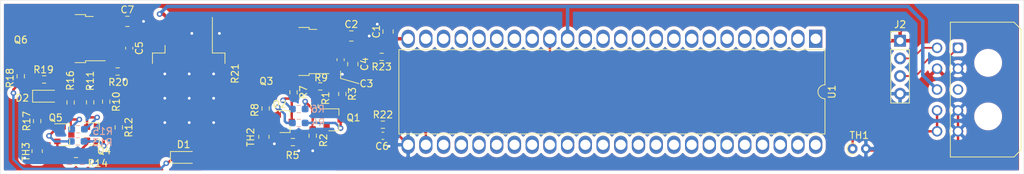
<source format=kicad_pcb>
(kicad_pcb (version 20171130) (host pcbnew "(5.1.9)-1")
  (layers (0 F.Cu signal hide) (31 B.Cu signal hide) (34 B.Paste user hide) (35 F.Paste user) (36 B.SilkS user hide) (37 F.SilkS user) (38 B.Mask user hide) (39 F.Mask user hide) (44 Edge.Cuts user))
  (net 0 "")
  (net 1 0)
  (net 2 /vfpga)
  (net 3 +5V)
  (net 4 "Net-(C3-Pad2)")
  (net 5 "/on When Cold/vg3")
  (net 6 /vheat)
  (net 7 /vcont)
  (net 8 "Net-(D1-Pad1)")
  (net 9 "/on When Cold/vd2")
  (net 10 "Net-(D2-Pad1)")
  (net 11 "/on When Warm/VD1")
  (net 12 "/on When Warm/vs")
  (net 13 "/on When Warm/vg1")
  (net 14 "/on When Warm/vd2")
  (net 15 "/on When Warm/vg2")
  (net 16 "/on When Cold/vd1")
  (net 17 "/on When Cold/vs")
  (net 18 "/on When Cold/vg1")
  (net 19 "/on When Cold/vg2")
  (net 20 "Net-(R22-Pad2)")
  (net 21 "Net-(U1-Pad48)")
  (net 22 "Net-(U1-Pad47)")
  (net 23 "Net-(U1-Pad23)")
  (net 24 "Net-(U1-Pad46)")
  (net 25 "Net-(U1-Pad22)")
  (net 26 "Net-(U1-Pad45)")
  (net 27 "Net-(U1-Pad21)")
  (net 28 "Net-(U1-Pad44)")
  (net 29 "Net-(U1-Pad20)")
  (net 30 "Net-(U1-Pad43)")
  (net 31 "Net-(U1-Pad19)")
  (net 32 "Net-(U1-Pad42)")
  (net 33 "Net-(U1-Pad18)")
  (net 34 "Net-(U1-Pad41)")
  (net 35 "Net-(U1-Pad17)")
  (net 36 "Net-(U1-Pad40)")
  (net 37 "Net-(U1-Pad39)")
  (net 38 "Net-(U1-Pad38)")
  (net 39 "Net-(U1-Pad14)")
  (net 40 "Net-(U1-Pad37)")
  (net 41 "Net-(U1-Pad13)")
  (net 42 "Net-(U1-Pad36)")
  (net 43 "Net-(U1-Pad12)")
  (net 44 "Net-(U1-Pad35)")
  (net 45 "Net-(U1-Pad11)")
  (net 46 "Net-(U1-Pad34)")
  (net 47 "Net-(U1-Pad10)")
  (net 48 "Net-(U1-Pad33)")
  (net 49 "Net-(U1-Pad9)")
  (net 50 "Net-(U1-Pad32)")
  (net 51 "Net-(U1-Pad8)")
  (net 52 "Net-(U1-Pad31)")
  (net 53 "Net-(U1-Pad7)")
  (net 54 "Net-(U1-Pad30)")
  (net 55 "Net-(U1-Pad6)")
  (net 56 "Net-(U1-Pad29)")
  (net 57 "Net-(U1-Pad5)")
  (net 58 "Net-(U1-Pad28)")
  (net 59 "Net-(U1-Pad4)")
  (net 60 "Net-(U1-Pad27)")
  (net 61 "Net-(U1-Pad3)")
  (net 62 "Net-(U1-Pad2)")
  (net 63 "Net-(U1-Pad1)")
  (net 64 "Net-(J1-Pad3)")
  (net 65 /usb_d+)
  (net 66 /usb_d-)
  (net 67 "Net-(C1-Pad1)")
  (net 68 "Net-(J1-Pad10)")
  (module Resistor_THT:R_Axial_DIN0204_L3.6mm_D1.6mm_P1.90mm_Vertical (layer F.Cu) (at 224.7 106.35)
    (fp_text reference TH1 (at 0.95 -1.92) (layer F.SilkS))
    (fp_text value PT100)
    (pad 2 thru_hole oval (at 1.9 0) (size 1.4 1.4) (drill 0.7) (layers *.Cu *.Mask) (net 1 0))
    (pad 1 thru_hole circle (at 0 0) (size 1.4 1.4) (drill 0.7) (layers *.Cu *.Mask) (net 68 "Net-(J1-Pad10)"))
  )
  (module Resistor_SMD:R_0603_1608Metric_Pad0.98x0.95mm_HandSolder (layer F.Cu) (at 157.3625 102.9)
    (fp_text reference R22 (at 0 -1.43) (layer F.SilkS))
    (fp_text value 1k)
    (pad 2 smd roundrect (at 0.9125 0) (size 0.975 0.95) (layers F.Cu F.Paste F.Mask) (net 20 "Net-(R22-Pad2)"))
    (pad 1 smd roundrect (at -0.9125 0) (size 0.975 0.95) (layers F.Cu F.Paste F.Mask) (net 7 /vcont))
  )
  (module Capacitor_SMD:C_0603_1608Metric_Pad1.08x0.95mm_HandSolder (layer F.Cu) (at 157.3575 104.5)
    (fp_text reference C6 (at -0.1075 1.5) (layer F.SilkS))
    (fp_text value 100n)
    (pad 2 smd roundrect (at 0.8625 0) (size 1.075 0.95) (layers F.Cu F.Paste F.Mask) (net 1 0))
    (pad 1 smd roundrect (at -0.8625 0) (size 1.075 0.95) (layers F.Cu F.Paste F.Mask) (net 7 /vcont))
  )
  (module Capacitor_SMD:C_0603_1608Metric_Pad1.08x0.95mm_HandSolder (layer F.Cu) (at 121 91.9 270)
    (fp_text reference C5 (at 0 -1.43 90) (layer F.SilkS))
    (fp_text value 30nF)
    (pad 2 smd roundrect (at 0.8625 0 270) (size 1.075 0.95) (layers F.Cu F.Paste F.Mask) (net 5 "/on When Cold/vg3"))
    (pad 1 smd roundrect (at -0.8625 0 270) (size 1.075 0.95) (layers F.Cu F.Paste F.Mask) (net 6 /vheat))
  )
  (module Capacitor_SMD:C_0603_1608Metric_Pad1.08x0.95mm_HandSolder (layer F.Cu) (at 151.3 93.5575 270)
    (fp_text reference C3 (at 3.4425 -3.7 180) (layer F.SilkS))
    (fp_text value 30nF)
    (pad 2 smd roundrect (at 0.8625 0 270) (size 1.075 0.95) (layers F.Cu F.Paste F.Mask) (net 4 "Net-(C3-Pad2)"))
    (pad 1 smd roundrect (at -0.8625 0 270) (size 1.075 0.95) (layers F.Cu F.Paste F.Mask) (net 2 /vfpga))
  )
  (module Capacitor_SMD:C_0805_2012Metric_Pad1.18x1.45mm_HandSolder (layer F.Cu) (at 120.7375 88.05)
    (fp_text reference C7 (at 0 -1.68) (layer F.SilkS))
    (fp_text value 1uF)
    (pad 2 smd roundrect (at 1.0375 0) (size 1.175 1.45) (layers F.Cu F.Paste F.Mask) (roundrect_rratio 0.2127659574468085) (net 1 0))
    (pad 1 smd roundrect (at -1.0375 0) (size 1.175 1.45) (layers F.Cu F.Paste F.Mask) (roundrect_rratio 0.2127659574468085) (net 3 +5V))
  )
  (module Connector_Molex:Molex_Micro-Fit_3.0_43045-1000_2x05_P3.00mm_Horizontal (layer F.Cu) (at 239.8 91.85 270)
    (fp_text reference J1 (at 6 -10.12 90) (layer F.SilkS))
    (fp_text value Conn_02x05_Top_Bottom)
    (pad 10 thru_hole circle (at 12 3 270) (size 1.5 1.5) (drill 1.02) (layers *.Cu *.Mask) (net 68 "Net-(J1-Pad10)"))
    (pad 9 thru_hole circle (at 9 3 270) (size 1.5 1.5) (drill 1.02) (layers *.Cu *.Mask) (net 68 "Net-(J1-Pad10)"))
    (pad 8 thru_hole circle (at 6 3 270) (size 1.5 1.5) (drill 1.02) (layers *.Cu *.Mask) (net 6 /vheat))
    (pad 7 thru_hole circle (at 3 3 270) (size 1.5 1.5) (drill 1.02) (layers *.Cu *.Mask) (net 3 +5V))
    (pad 6 thru_hole circle (at 0 3 270) (size 1.5 1.5) (drill 1.02) (layers *.Cu *.Mask) (net 65 /usb_d+))
    (pad 5 thru_hole circle (at 12 0 270) (size 1.5 1.5) (drill 1.02) (layers *.Cu *.Mask) (net 1 0))
    (pad 4 thru_hole circle (at 9 0 270) (size 1.5 1.5) (drill 1.02) (layers *.Cu *.Mask) (net 1 0))
    (pad 3 thru_hole circle (at 6 0 270) (size 1.5 1.5) (drill 1.02) (layers *.Cu *.Mask) (net 64 "Net-(J1-Pad3)"))
    (pad 2 thru_hole circle (at 3 0 270) (size 1.5 1.5) (drill 1.02) (layers *.Cu *.Mask) (net 1 0))
    (pad 1 thru_hole roundrect (at 0 0 270) (size 1.5 1.5) (drill 1.02) (layers *.Cu *.Mask) (roundrect_rratio 0.1666666666666667) (net 66 /usb_d-))
    (pad "" np_thru_hole circle (at 9.86 -4.32 270) (size 3 3) (drill 3) (layers *.Cu *.Mask))
    (pad "" np_thru_hole circle (at 2.16 -4.32 270) (size 3 3) (drill 3) (layers *.Cu *.Mask))
  )
  (module Resistor_SMD:R_0603_1608Metric_Pad0.98x0.95mm_HandSolder (layer F.Cu) (at 157.1875 93.15 180)
    (fp_text reference R23 (at 0 -1.43) (layer F.SilkS))
    (fp_text value 0)
    (pad 2 smd roundrect (at 0.9125 0 180) (size 0.975 0.95) (layers F.Cu F.Paste F.Mask) (net 2 /vfpga))
    (pad 1 smd roundrect (at -0.9125 0 180) (size 0.975 0.95) (layers F.Cu F.Paste F.Mask) (net 67 "Net-(C1-Pad1)"))
  )
  (module Package_DIP:DIP-48_W15.24mm_LongPads (layer F.Cu) (at 219.4 90.55 270)
    (fp_text reference U1 (at 7.62 -2.33 90) (layer F.SilkS))
    (fp_text value CMOD-A7)
    (pad 48 thru_hole oval (at 15.24 0 270) (size 2.6 1.9) (drill 1.47) (layers *.Cu *.Mask) (net 21 "Net-(U1-Pad48)"))
    (pad 24 thru_hole oval (at 0 58.42 270) (size 2.6 1.9) (drill 1.47) (layers *.Cu *.Mask) (net 67 "Net-(C1-Pad1)"))
    (pad 47 thru_hole oval (at 15.24 2.54 270) (size 2.6 1.9) (drill 1.47) (layers *.Cu *.Mask) (net 22 "Net-(U1-Pad47)"))
    (pad 23 thru_hole oval (at 0 55.88 270) (size 2.6 1.9) (drill 1.47) (layers *.Cu *.Mask) (net 23 "Net-(U1-Pad23)"))
    (pad 46 thru_hole oval (at 15.24 5.08 270) (size 2.6 1.9) (drill 1.47) (layers *.Cu *.Mask) (net 24 "Net-(U1-Pad46)"))
    (pad 22 thru_hole oval (at 0 53.34 270) (size 2.6 1.9) (drill 1.47) (layers *.Cu *.Mask) (net 25 "Net-(U1-Pad22)"))
    (pad 45 thru_hole oval (at 15.24 7.62 270) (size 2.6 1.9) (drill 1.47) (layers *.Cu *.Mask) (net 26 "Net-(U1-Pad45)"))
    (pad 21 thru_hole oval (at 0 50.8 270) (size 2.6 1.9) (drill 1.47) (layers *.Cu *.Mask) (net 27 "Net-(U1-Pad21)"))
    (pad 44 thru_hole oval (at 15.24 10.16 270) (size 2.6 1.9) (drill 1.47) (layers *.Cu *.Mask) (net 28 "Net-(U1-Pad44)"))
    (pad 20 thru_hole oval (at 0 48.26 270) (size 2.6 1.9) (drill 1.47) (layers *.Cu *.Mask) (net 29 "Net-(U1-Pad20)"))
    (pad 43 thru_hole oval (at 15.24 12.7 270) (size 2.6 1.9) (drill 1.47) (layers *.Cu *.Mask) (net 30 "Net-(U1-Pad43)"))
    (pad 19 thru_hole oval (at 0 45.72 270) (size 2.6 1.9) (drill 1.47) (layers *.Cu *.Mask) (net 31 "Net-(U1-Pad19)"))
    (pad 42 thru_hole oval (at 15.24 15.24 270) (size 2.6 1.9) (drill 1.47) (layers *.Cu *.Mask) (net 32 "Net-(U1-Pad42)"))
    (pad 18 thru_hole oval (at 0 43.18 270) (size 2.6 1.9) (drill 1.47) (layers *.Cu *.Mask) (net 33 "Net-(U1-Pad18)"))
    (pad 41 thru_hole oval (at 15.24 17.78 270) (size 2.6 1.9) (drill 1.47) (layers *.Cu *.Mask) (net 34 "Net-(U1-Pad41)"))
    (pad 17 thru_hole oval (at 0 40.64 270) (size 2.6 1.9) (drill 1.47) (layers *.Cu *.Mask) (net 35 "Net-(U1-Pad17)"))
    (pad 40 thru_hole oval (at 15.24 20.32 270) (size 2.6 1.9) (drill 1.47) (layers *.Cu *.Mask) (net 36 "Net-(U1-Pad40)"))
    (pad 16 thru_hole oval (at 0 38.1 270) (size 2.6 1.9) (drill 1.47) (layers *.Cu *.Mask) (net 7 /vcont))
    (pad 39 thru_hole oval (at 15.24 22.86 270) (size 2.6 1.9) (drill 1.47) (layers *.Cu *.Mask) (net 37 "Net-(U1-Pad39)"))
    (pad 15 thru_hole oval (at 0 35.56 270) (size 2.6 1.9) (drill 1.47) (layers *.Cu *.Mask) (net 6 /vheat))
    (pad 38 thru_hole oval (at 15.24 25.4 270) (size 2.6 1.9) (drill 1.47) (layers *.Cu *.Mask) (net 38 "Net-(U1-Pad38)"))
    (pad 14 thru_hole oval (at 0 33.02 270) (size 2.6 1.9) (drill 1.47) (layers *.Cu *.Mask) (net 39 "Net-(U1-Pad14)"))
    (pad 37 thru_hole oval (at 15.24 27.94 270) (size 2.6 1.9) (drill 1.47) (layers *.Cu *.Mask) (net 40 "Net-(U1-Pad37)"))
    (pad 13 thru_hole oval (at 0 30.48 270) (size 2.6 1.9) (drill 1.47) (layers *.Cu *.Mask) (net 41 "Net-(U1-Pad13)"))
    (pad 36 thru_hole oval (at 15.24 30.48 270) (size 2.6 1.9) (drill 1.47) (layers *.Cu *.Mask) (net 42 "Net-(U1-Pad36)"))
    (pad 12 thru_hole oval (at 0 27.94 270) (size 2.6 1.9) (drill 1.47) (layers *.Cu *.Mask) (net 43 "Net-(U1-Pad12)"))
    (pad 35 thru_hole oval (at 15.24 33.02 270) (size 2.6 1.9) (drill 1.47) (layers *.Cu *.Mask) (net 44 "Net-(U1-Pad35)"))
    (pad 11 thru_hole oval (at 0 25.4 270) (size 2.6 1.9) (drill 1.47) (layers *.Cu *.Mask) (net 45 "Net-(U1-Pad11)"))
    (pad 34 thru_hole oval (at 15.24 35.56 270) (size 2.6 1.9) (drill 1.47) (layers *.Cu *.Mask) (net 46 "Net-(U1-Pad34)"))
    (pad 10 thru_hole oval (at 0 22.86 270) (size 2.6 1.9) (drill 1.47) (layers *.Cu *.Mask) (net 47 "Net-(U1-Pad10)"))
    (pad 33 thru_hole oval (at 15.24 38.1 270) (size 2.6 1.9) (drill 1.47) (layers *.Cu *.Mask) (net 48 "Net-(U1-Pad33)"))
    (pad 9 thru_hole oval (at 0 20.32 270) (size 2.6 1.9) (drill 1.47) (layers *.Cu *.Mask) (net 49 "Net-(U1-Pad9)"))
    (pad 32 thru_hole oval (at 15.24 40.64 270) (size 2.6 1.9) (drill 1.47) (layers *.Cu *.Mask) (net 50 "Net-(U1-Pad32)"))
    (pad 8 thru_hole oval (at 0 17.78 270) (size 2.6 1.9) (drill 1.47) (layers *.Cu *.Mask) (net 51 "Net-(U1-Pad8)"))
    (pad 31 thru_hole oval (at 15.24 43.18 270) (size 2.6 1.9) (drill 1.47) (layers *.Cu *.Mask) (net 52 "Net-(U1-Pad31)"))
    (pad 7 thru_hole oval (at 0 15.24 270) (size 2.6 1.9) (drill 1.47) (layers *.Cu *.Mask) (net 53 "Net-(U1-Pad7)"))
    (pad 30 thru_hole oval (at 15.24 45.72 270) (size 2.6 1.9) (drill 1.47) (layers *.Cu *.Mask) (net 54 "Net-(U1-Pad30)"))
    (pad 6 thru_hole oval (at 0 12.7 270) (size 2.6 1.9) (drill 1.47) (layers *.Cu *.Mask) (net 55 "Net-(U1-Pad6)"))
    (pad 29 thru_hole oval (at 15.24 48.26 270) (size 2.6 1.9) (drill 1.47) (layers *.Cu *.Mask) (net 56 "Net-(U1-Pad29)"))
    (pad 5 thru_hole oval (at 0 10.16 270) (size 2.6 1.9) (drill 1.47) (layers *.Cu *.Mask) (net 57 "Net-(U1-Pad5)"))
    (pad 28 thru_hole oval (at 15.24 50.8 270) (size 2.6 1.9) (drill 1.47) (layers *.Cu *.Mask) (net 58 "Net-(U1-Pad28)"))
    (pad 4 thru_hole oval (at 0 7.62 270) (size 2.6 1.9) (drill 1.47) (layers *.Cu *.Mask) (net 59 "Net-(U1-Pad4)"))
    (pad 27 thru_hole oval (at 15.24 53.34 270) (size 2.6 1.9) (drill 1.47) (layers *.Cu *.Mask) (net 60 "Net-(U1-Pad27)"))
    (pad 3 thru_hole oval (at 0 5.08 270) (size 2.6 1.9) (drill 1.47) (layers *.Cu *.Mask) (net 61 "Net-(U1-Pad3)"))
    (pad 26 thru_hole oval (at 15.24 55.88 270) (size 2.6 1.9) (drill 1.47) (layers *.Cu *.Mask) (net 20 "Net-(R22-Pad2)"))
    (pad 2 thru_hole oval (at 0 2.54 270) (size 2.6 1.9) (drill 1.47) (layers *.Cu *.Mask) (net 62 "Net-(U1-Pad2)"))
    (pad 25 thru_hole oval (at 15.24 58.42 270) (size 2.6 1.9) (drill 1.47) (layers *.Cu *.Mask) (net 1 0))
    (pad 1 thru_hole rect (at 0 0 270) (size 2.6 1.9) (drill 1.47) (layers *.Cu *.Mask) (net 63 "Net-(U1-Pad1)"))
  )
  (module Resistor_SMD:R_0805_2012Metric_Pad1.20x1.40mm_HandSolder (layer F.Cu) (at 107.8 106.7 270)
    (fp_text reference TH3 (at 0.1 1.6 90) (layer F.SilkS))
    (fp_text value "10k Thermistor_NTC")
    (pad 2 smd roundrect (at 1 0 270) (size 1.2 1.4) (layers F.Cu F.Paste F.Mask) (roundrect_rratio 0.2083325) (net 1 0))
    (pad 1 smd roundrect (at -1 0 270) (size 1.2 1.4) (layers F.Cu F.Paste F.Mask) (roundrect_rratio 0.2083325) (net 19 "/on When Cold/vg2"))
  )
  (module Resistor_SMD:R_0805_2012Metric_Pad1.20x1.40mm_HandSolder (layer F.Cu) (at 140.3 104.65 270)
    (fp_text reference TH2 (at 0.05 1.9 90) (layer F.SilkS))
    (fp_text value "10k Thermistor_NTC")
    (pad 2 smd roundrect (at 1 0 270) (size 1.2 1.4) (layers F.Cu F.Paste F.Mask) (roundrect_rratio 0.2083325) (net 1 0))
    (pad 1 smd roundrect (at -1 0 270) (size 1.2 1.4) (layers F.Cu F.Paste F.Mask) (roundrect_rratio 0.2083325) (net 15 "/on When Warm/vg2"))
  )
  (module Package_TO_SOT_SMD:TO-263-2_TabPin1 (layer F.Cu) (at 129.525 95.55 270)
    (fp_text reference R21 (at 0 -6.65 90) (layer F.SilkS))
    (fp_text value 5)
    (pad 1 smd rect (at 3.375 0 270) (size 9.4 10.8) (layers F.Cu F.Mask) (net 1 0))
    (pad 2 smd rect (at -5.775 2.54 270) (size 4.6 1.1) (layers F.Cu F.Paste F.Mask) (net 6 /vheat))
    (pad 1 smd rect (at -5.775 -2.54 270) (size 4.6 1.1) (layers F.Cu F.Paste F.Mask) (net 1 0))
  )
  (module Resistor_SMD:R_0603_1608Metric_Pad0.98x0.95mm_HandSolder (layer F.Cu) (at 119.3375 95.25)
    (fp_text reference R20 (at 0.1125 1.55) (layer F.SilkS))
    (fp_text value 100k)
    (pad 2 smd roundrect (at 0.9125 0) (size 0.975 0.95) (layers F.Cu F.Paste F.Mask) (net 1 0))
    (pad 1 smd roundrect (at -0.9125 0) (size 0.975 0.95) (layers F.Cu F.Paste F.Mask) (net 5 "/on When Cold/vg3"))
  )
  (module Resistor_SMD:R_0603_1608Metric_Pad0.98x0.95mm_HandSolder (layer F.Cu) (at 108.8 96.4 180)
    (fp_text reference R19 (at 0.088 1.404) (layer F.SilkS))
    (fp_text value 1k)
    (pad 2 smd roundrect (at 0.9125 0 180) (size 0.975 0.95) (layers F.Cu F.Paste F.Mask) (net 10 "Net-(D2-Pad1)"))
    (pad 1 smd roundrect (at -0.9125 0 180) (size 0.975 0.95) (layers F.Cu F.Paste F.Mask) (net 5 "/on When Cold/vg3"))
  )
  (module Resistor_SMD:R_0603_1608Metric_Pad0.98x0.95mm_HandSolder (layer F.Cu) (at 105.45 95.9375 270)
    (fp_text reference R18 (at 0.2625 1.55 90) (layer F.SilkS))
    (fp_text value 1k)
    (pad 2 smd roundrect (at 0.9125 0 270) (size 0.975 0.95) (layers F.Cu F.Paste F.Mask) (net 8 "Net-(D1-Pad1)"))
    (pad 1 smd roundrect (at -0.9125 0 270) (size 0.975 0.95) (layers F.Cu F.Paste F.Mask) (net 5 "/on When Cold/vg3"))
  )
  (module Resistor_SMD:R_0603_1608Metric_Pad0.98x0.95mm_HandSolder (layer F.Cu) (at 107.8 102.3875 270)
    (fp_text reference R17 (at 0 1.5 90) (layer F.SilkS))
    (fp_text value 6.6k)
    (pad 2 smd roundrect (at 0.9125 0 270) (size 0.975 0.95) (layers F.Cu F.Paste F.Mask) (net 19 "/on When Cold/vg2"))
    (pad 1 smd roundrect (at -0.9125 0 270) (size 0.975 0.95) (layers F.Cu F.Paste F.Mask) (net 3 +5V))
  )
  (module Resistor_SMD:R_0603_1608Metric_Pad0.98x0.95mm_HandSolder (layer F.Cu) (at 112.6 99.7125 270)
    (fp_text reference R16 (at -3.1625 0.05 90) (layer F.SilkS))
    (fp_text value 4.7k)
    (pad 2 smd roundrect (at 0.9125 0 270) (size 0.975 0.95) (layers F.Cu F.Paste F.Mask) (net 9 "/on When Cold/vd2"))
    (pad 1 smd roundrect (at -0.9125 0 270) (size 0.975 0.95) (layers F.Cu F.Paste F.Mask) (net 3 +5V))
  )
  (module Resistor_SMD:R_0603_1608Metric_Pad0.98x0.95mm_HandSolder (layer B.Cu) (at 113.6625 103.55 180)
    (fp_text reference R15 (at -3.5375 -0.3 180) (layer B.SilkS) (effects (justify mirror)))
    (fp_text value 20k)
    (pad 2 smd roundrect (at 0.9125 0 180) (size 0.975 0.95) (layers B.Cu B.Paste B.Mask) (net 9 "/on When Cold/vd2"))
    (pad 1 smd roundrect (at -0.9125 0 180) (size 0.975 0.95) (layers B.Cu B.Paste B.Mask) (net 18 "/on When Cold/vg1"))
  )
  (module Resistor_SMD:R_0603_1608Metric_Pad0.98x0.95mm_HandSolder (layer F.Cu) (at 113.3625 108.15)
    (fp_text reference R14 (at 3.1375 0.3) (layer F.SilkS))
    (fp_text value 1K)
    (pad 2 smd roundrect (at 0.9125 0) (size 0.975 0.95) (layers F.Cu F.Paste F.Mask) (net 1 0))
    (pad 1 smd roundrect (at -0.9125 0) (size 0.975 0.95) (layers F.Cu F.Paste F.Mask) (net 17 "/on When Cold/vs"))
  )
  (module Resistor_SMD:R_0603_1608Metric_Pad0.98x0.95mm_HandSolder (layer B.Cu) (at 113.6125 105.3 180)
    (fp_text reference R13 (at -3.5375 -0.15) (layer B.SilkS) (effects (justify mirror)))
    (fp_text value 20k)
    (pad 2 smd roundrect (at 0.9125 0 180) (size 0.975 0.95) (layers B.Cu B.Paste B.Mask) (net 19 "/on When Cold/vg2"))
    (pad 1 smd roundrect (at -0.9125 0 180) (size 0.975 0.95) (layers B.Cu B.Paste B.Mask) (net 16 "/on When Cold/vd1"))
  )
  (module Resistor_SMD:R_0603_1608Metric_Pad0.98x0.95mm_HandSolder (layer F.Cu) (at 119.5 103.2875 270)
    (fp_text reference R12 (at 0 -1.43 90) (layer F.SilkS))
    (fp_text value 4.7k)
    (pad 2 smd roundrect (at 0.9125 0 270) (size 0.975 0.95) (layers F.Cu F.Paste F.Mask) (net 16 "/on When Cold/vd1"))
    (pad 1 smd roundrect (at -0.9125 0 270) (size 0.975 0.95) (layers F.Cu F.Paste F.Mask) (net 3 +5V))
  )
  (module Resistor_SMD:R_0603_1608Metric_Pad0.98x0.95mm_HandSolder (layer F.Cu) (at 115.4 99.6875 90)
    (fp_text reference R11 (at 3.0875 0 90) (layer F.SilkS))
    (fp_text value 10k)
    (pad 2 smd roundrect (at 0.9125 0 90) (size 0.975 0.95) (layers F.Cu F.Paste F.Mask) (net 1 0))
    (pad 1 smd roundrect (at -0.9125 0 90) (size 0.975 0.95) (layers F.Cu F.Paste F.Mask) (net 18 "/on When Cold/vg1"))
  )
  (module Resistor_SMD:R_0603_1608Metric_Pad0.98x0.95mm_HandSolder (layer F.Cu) (at 117.7 99.5875 270)
    (fp_text reference R10 (at 0 -1.43 90) (layer F.SilkS))
    (fp_text value 6.6k)
    (pad 2 smd roundrect (at 0.9125 0 270) (size 0.975 0.95) (layers F.Cu F.Paste F.Mask) (net 18 "/on When Cold/vg1"))
    (pad 1 smd roundrect (at -0.9125 0 270) (size 0.975 0.95) (layers F.Cu F.Paste F.Mask) (net 3 +5V))
  )
  (module Resistor_SMD:R_0603_1608Metric_Pad0.98x0.95mm_HandSolder (layer F.Cu) (at 148.3875 97.4)
    (fp_text reference R9 (at 0.1125 -1.25) (layer F.SilkS))
    (fp_text value 1k)
    (pad 2 smd roundrect (at 0.9125 0) (size 0.975 0.95) (layers F.Cu F.Paste F.Mask) (net 11 "/on When Warm/VD1"))
    (pad 1 smd roundrect (at -0.9125 0) (size 0.975 0.95) (layers F.Cu F.Paste F.Mask) (net 4 "Net-(C3-Pad2)"))
  )
  (module Resistor_SMD:R_0603_1608Metric_Pad0.98x0.95mm_HandSolder (layer F.Cu) (at 140.55 100.5625 270)
    (fp_text reference R8 (at 0.2375 1.55 90) (layer F.SilkS))
    (fp_text value 6.6k)
    (pad 2 smd roundrect (at 0.9125 0 270) (size 0.975 0.95) (layers F.Cu F.Paste F.Mask) (net 15 "/on When Warm/vg2"))
    (pad 1 smd roundrect (at -0.9125 0 270) (size 0.975 0.95) (layers F.Cu F.Paste F.Mask) (net 3 +5V))
  )
  (module Resistor_SMD:R_0603_1608Metric_Pad0.98x0.95mm_HandSolder (layer F.Cu) (at 144.55 98.2375 270)
    (fp_text reference R7 (at 0 -1.43 90) (layer F.SilkS))
    (fp_text value 4.7k)
    (pad 2 smd roundrect (at 0.9125 0 270) (size 0.975 0.95) (layers F.Cu F.Paste F.Mask) (net 14 "/on When Warm/vd2"))
    (pad 1 smd roundrect (at -0.9125 0 270) (size 0.975 0.95) (layers F.Cu F.Paste F.Mask) (net 3 +5V))
  )
  (module Resistor_SMD:R_0603_1608Metric_Pad0.98x0.95mm_HandSolder (layer B.Cu) (at 145.3 100.65 180)
    (fp_text reference R6 (at -2.75 0) (layer B.SilkS) (effects (justify mirror)))
    (fp_text value 10k)
    (pad 2 smd roundrect (at 0.9125 0 180) (size 0.975 0.95) (layers B.Cu B.Paste B.Mask) (net 14 "/on When Warm/vd2"))
    (pad 1 smd roundrect (at -0.9125 0 180) (size 0.975 0.95) (layers B.Cu B.Paste B.Mask) (net 13 "/on When Warm/vg1"))
  )
  (module Resistor_SMD:R_0603_1608Metric_Pad0.98x0.95mm_HandSolder (layer F.Cu) (at 144.4625 105.4)
    (fp_text reference R5 (at -0.0625 1.9) (layer F.SilkS))
    (fp_text value 1K)
    (pad 2 smd roundrect (at 0.9125 0) (size 0.975 0.95) (layers F.Cu F.Paste F.Mask) (net 1 0))
    (pad 1 smd roundrect (at -0.9125 0) (size 0.975 0.95) (layers F.Cu F.Paste F.Mask) (net 12 "/on When Warm/vs"))
  )
  (module Resistor_SMD:R_0603_1608Metric_Pad0.98x0.95mm_HandSolder (layer B.Cu) (at 145.3 102.65 180)
    (fp_text reference R4 (at -2.8 0.05) (layer B.SilkS) (effects (justify mirror)))
    (fp_text value 10k)
    (pad 2 smd roundrect (at 0.9125 0 180) (size 0.975 0.95) (layers B.Cu B.Paste B.Mask) (net 15 "/on When Warm/vg2"))
    (pad 1 smd roundrect (at -0.9125 0 180) (size 0.975 0.95) (layers B.Cu B.Paste B.Mask) (net 11 "/on When Warm/VD1"))
  )
  (module Resistor_SMD:R_0603_1608Metric_Pad0.98x0.95mm_HandSolder (layer F.Cu) (at 151.55 98.4875 270)
    (fp_text reference R3 (at 0 -1.43 90) (layer F.SilkS))
    (fp_text value 4.7k)
    (pad 2 smd roundrect (at 0.9125 0 270) (size 0.975 0.95) (layers F.Cu F.Paste F.Mask) (net 11 "/on When Warm/VD1"))
    (pad 1 smd roundrect (at -0.9125 0 270) (size 0.975 0.95) (layers F.Cu F.Paste F.Mask) (net 3 +5V))
  )
  (module Resistor_SMD:R_0603_1608Metric_Pad0.98x0.95mm_HandSolder (layer F.Cu) (at 147.3 104.4875 270)
    (fp_text reference R2 (at 0.6625 -1.55 90) (layer F.SilkS))
    (fp_text value 10k)
    (pad 2 smd roundrect (at 0.9125 0 270) (size 0.975 0.95) (layers F.Cu F.Paste F.Mask) (net 1 0))
    (pad 1 smd roundrect (at -0.9125 0 270) (size 0.975 0.95) (layers F.Cu F.Paste F.Mask) (net 13 "/on When Warm/vg1"))
  )
  (module Resistor_SMD:R_0603_1608Metric_Pad0.98x0.95mm_HandSolder (layer F.Cu) (at 147.55 100.2375 270)
    (fp_text reference R1 (at -1.1375 -1.6 90) (layer F.SilkS))
    (fp_text value 6.6k)
    (pad 2 smd roundrect (at 0.9125 0 270) (size 0.975 0.95) (layers F.Cu F.Paste F.Mask) (net 13 "/on When Warm/vg1"))
    (pad 1 smd roundrect (at -0.9125 0 270) (size 0.975 0.95) (layers F.Cu F.Paste F.Mask) (net 3 +5V))
  )
  (module Package_TO_SOT_SMD:TO-252-3_TabPin2 (layer F.Cu) (at 112.275 90.525 180)
    (fp_text reference Q6 (at 6.825 -0.175) (layer F.SilkS))
    (fp_text value FDD306P)
    (pad 2 smd rect (at 2.1 0 180) (size 6.4 5.8) (layers F.Cu F.Mask) (net 6 /vheat))
    (pad 3 smd rect (at -4.2 2.28 180) (size 2.2 1.2) (layers F.Cu F.Paste F.Mask) (net 3 +5V))
    (pad 2 smd rect (at -4.2 0 180) (size 2.2 1.2) (layers F.Cu F.Paste F.Mask) (net 6 /vheat))
    (pad 1 smd rect (at -4.2 -2.28 180) (size 2.2 1.2) (layers F.Cu F.Paste F.Mask) (net 5 "/on When Cold/vg3"))
  )
  (module Package_TO_SOT_SMD:SOT-23 (layer F.Cu) (at 111.7 104.35)
    (fp_text reference Q5 (at -1.25 -2.45) (layer F.SilkS))
    (fp_text value BSS127S)
    (pad 3 smd rect (at 1 0) (size 0.9 0.8) (layers F.Cu F.Paste F.Mask) (net 9 "/on When Cold/vd2"))
    (pad 2 smd rect (at -1 0.95) (size 0.9 0.8) (layers F.Cu F.Paste F.Mask) (net 17 "/on When Cold/vs"))
    (pad 1 smd rect (at -1 -0.95) (size 0.9 0.8) (layers F.Cu F.Paste F.Mask) (net 19 "/on When Cold/vg2"))
  )
  (module Package_TO_SOT_SMD:SOT-23 (layer F.Cu) (at 115.95 104.2)
    (fp_text reference Q4 (at 1.45 2.45) (layer F.SilkS))
    (fp_text value BSS127S)
    (pad 3 smd rect (at 1 0) (size 0.9 0.8) (layers F.Cu F.Paste F.Mask) (net 16 "/on When Cold/vd1"))
    (pad 2 smd rect (at -1 0.95) (size 0.9 0.8) (layers F.Cu F.Paste F.Mask) (net 17 "/on When Cold/vs"))
    (pad 1 smd rect (at -1 -0.95) (size 0.9 0.8) (layers F.Cu F.Paste F.Mask) (net 18 "/on When Cold/vg1"))
  )
  (module Package_TO_SOT_SMD:TO-252-3_TabPin2 (layer F.Cu) (at 144.325 92.375 180)
    (fp_text reference Q3 (at 3.675 -4.275) (layer F.SilkS))
    (fp_text value FDD306P)
    (pad 2 smd rect (at 2.1 0 180) (size 6.4 5.8) (layers F.Cu F.Mask) (net 2 /vfpga))
    (pad 3 smd rect (at -4.2 2.28 180) (size 2.2 1.2) (layers F.Cu F.Paste F.Mask) (net 3 +5V))
    (pad 2 smd rect (at -4.2 0 180) (size 2.2 1.2) (layers F.Cu F.Paste F.Mask) (net 2 /vfpga))
    (pad 1 smd rect (at -4.2 -2.28 180) (size 2.2 1.2) (layers F.Cu F.Paste F.Mask) (net 4 "Net-(C3-Pad2)"))
  )
  (module Package_TO_SOT_SMD:SOT-23 (layer F.Cu) (at 143.3 102.45)
    (fp_text reference Q2 (at -0.75 -2.5) (layer F.SilkS))
    (fp_text value BSS127S)
    (pad 3 smd rect (at 1 0) (size 0.9 0.8) (layers F.Cu F.Paste F.Mask) (net 14 "/on When Warm/vd2"))
    (pad 2 smd rect (at -1 0.95) (size 0.9 0.8) (layers F.Cu F.Paste F.Mask) (net 12 "/on When Warm/vs"))
    (pad 1 smd rect (at -1 -0.95) (size 0.9 0.8) (layers F.Cu F.Paste F.Mask) (net 15 "/on When Warm/vg2"))
  )
  (module Package_TO_SOT_SMD:SOT-23 (layer F.Cu) (at 150.3 102.2)
    (fp_text reference Q1 (at 2.85 -0.3) (layer F.SilkS))
    (fp_text value BSS127S)
    (pad 3 smd rect (at 1 0) (size 0.9 0.8) (layers F.Cu F.Paste F.Mask) (net 11 "/on When Warm/VD1"))
    (pad 2 smd rect (at -1 0.95) (size 0.9 0.8) (layers F.Cu F.Paste F.Mask) (net 12 "/on When Warm/vs"))
    (pad 1 smd rect (at -1 -0.95) (size 0.9 0.8) (layers F.Cu F.Paste F.Mask) (net 13 "/on When Warm/vg1"))
  )
  (module Connector_PinHeader_2.54mm:PinHeader_1x04_P2.54mm_Vertical (layer F.Cu) (at 231.5 90.83)
    (fp_text reference J2 (at 0 -2.33) (layer F.SilkS))
    (fp_text value Conn_01x04_Male)
    (pad 4 thru_hole oval (at 0 7.62) (size 1.7 1.7) (drill 1) (layers *.Cu *.Mask) (net 1 0))
    (pad 3 thru_hole oval (at 0 5.08) (size 1.7 1.7) (drill 1) (layers *.Cu *.Mask) (net 66 /usb_d-))
    (pad 2 thru_hole oval (at 0 2.54) (size 1.7 1.7) (drill 1) (layers *.Cu *.Mask) (net 65 /usb_d+))
    (pad 1 thru_hole rect (at 0 0) (size 1.7 1.7) (drill 1) (layers *.Cu *.Mask) (net 3 +5V))
  )
  (module Diode_SMD:D_SOD-323_HandSoldering (layer F.Cu) (at 109.05 98.8)
    (fp_text reference D2 (at -3.386 0.26) (layer F.SilkS))
    (fp_text value RB751V40T1G)
    (pad 2 smd rect (at 1.25 0) (size 1 1) (layers F.Cu F.Paste F.Mask) (net 9 "/on When Cold/vd2"))
    (pad 1 smd rect (at -1.25 0) (size 1 1) (layers F.Cu F.Paste F.Mask) (net 10 "Net-(D2-Pad1)"))
  )
  (module Diode_SMD:D_SOD-323_HandSoldering (layer F.Cu) (at 128.8 107.6)
    (fp_text reference D1 (at 0 -1.85) (layer F.SilkS))
    (fp_text value RB751V40T1G)
    (pad 2 smd rect (at 1.25 0) (size 1 1) (layers F.Cu F.Paste F.Mask) (net 7 /vcont))
    (pad 1 smd rect (at -1.25 0) (size 1 1) (layers F.Cu F.Paste F.Mask) (net 8 "Net-(D1-Pad1)"))
  )
  (module Capacitor_SMD:C_0805_2012Metric_Pad1.18x1.45mm_HandSolder (layer F.Cu) (at 153.05 94.1875 270)
    (fp_text reference C4 (at 0 -1.68 90) (layer F.SilkS))
    (fp_text value 1uF)
    (pad 2 smd roundrect (at 1.0375 0 270) (size 1.175 1.45) (layers F.Cu F.Paste F.Mask) (roundrect_rratio 0.2127659574468085) (net 1 0))
    (pad 1 smd roundrect (at -1.0375 0 270) (size 1.175 1.45) (layers F.Cu F.Paste F.Mask) (roundrect_rratio 0.2127659574468085) (net 2 /vfpga))
  )
  (module Capacitor_SMD:C_0805_2012Metric_Pad1.18x1.45mm_HandSolder (layer F.Cu) (at 152.8375 90.15)
    (fp_text reference C2 (at 0 -1.68) (layer F.SilkS))
    (fp_text value 1uF)
    (pad 2 smd roundrect (at 1.0375 0) (size 1.175 1.45) (layers F.Cu F.Paste F.Mask) (roundrect_rratio 0.2127659574468085) (net 1 0))
    (pad 1 smd roundrect (at -1.0375 0) (size 1.175 1.45) (layers F.Cu F.Paste F.Mask) (roundrect_rratio 0.2127659574468085) (net 3 +5V))
  )
  (module Capacitor_SMD:C_0805_2012Metric_Pad1.18x1.45mm_HandSolder (layer F.Cu) (at 158.1 89.5125 90)
    (fp_text reference C1 (at 0 -1.68 90) (layer F.SilkS))
    (fp_text value 1uF)
    (pad 2 smd roundrect (at 1.0375 0 90) (size 1.175 1.45) (layers F.Cu F.Paste F.Mask) (roundrect_rratio 0.2127659574468085) (net 1 0))
    (pad 1 smd roundrect (at -1.0375 0 90) (size 1.175 1.45) (layers F.Cu F.Paste F.Mask) (roundrect_rratio 0.2127659574468085) (net 67 "Net-(C1-Pad1)"))
  )
  (gr_line (start 151.3 96.25) (end 151.3 95.2) (layer F.SilkS) (width 0.12))
  (gr_line (start 153.95 97) (end 151.3 96.25) (layer F.SilkS) (width 0.12))
  (gr_line (start 249.25 110) (end 249.25 85) (layer Edge.Cuts) (width 0.05))
  (gr_line (start 102.5 110) (end 249.25 110) (layer Edge.Cuts) (width 0.05))
  (gr_line (start 102.5 85) (end 102.5 110) (layer Edge.Cuts) (width 0.05))
  (gr_line (start 249.25 85) (end 102.5 85) (layer Edge.Cuts) (width 0.05))
  (segment (start 145.375 105.4) (end 147.3 105.4) (width 0.35) (layer F.Cu) (net 1))
  (via (at 145.3 106.65) (size 0.8) (drill 0.4) (layers F.Cu B.Cu) (net 1))
  (segment (start 145.375 106.575) (end 145.3 106.65) (width 0.25) (layer F.Cu) (net 1))
  (segment (start 145.375 105.4) (end 145.375 106.575) (width 0.25) (layer F.Cu) (net 1))
  (via (at 147.3 106.65) (size 0.8) (drill 0.4) (layers F.Cu B.Cu) (net 1))
  (segment (start 147.3 105.4) (end 147.3 106.65) (width 0.25) (layer F.Cu) (net 1))
  (via (at 141.8 105.65) (size 0.8) (drill 0.4) (layers F.Cu B.Cu) (net 1))
  (segment (start 140.3 105.65) (end 141.8 105.65) (width 0.25) (layer F.Cu) (net 1))
  (via (at 151.55 95.65) (size 0.8) (drill 0.4) (layers F.Cu B.Cu) (net 1))
  (segment (start 151.975 95.225) (end 151.55 95.65) (width 0.25) (layer F.Cu) (net 1))
  (segment (start 153.05 95.225) (end 151.975 95.225) (width 0.25) (layer F.Cu) (net 1))
  (segment (start 153.875 90.15) (end 155.3 90.15) (width 0.5) (layer F.Cu) (net 1))
  (via (at 126.1 95.6) (size 0.8) (drill 0.4) (layers F.Cu B.Cu) (net 1))
  (segment (start 128.375 102.775) (end 125.5 99.9) (width 0.35) (layer F.Cu) (net 1))
  (segment (start 129.025 102.775) (end 128.375 102.775) (width 0.35) (layer F.Cu) (net 1))
  (segment (start 129.325 102.775) (end 129.025 102.775) (width 0.35) (layer F.Cu) (net 1))
  (segment (start 129.525 102.775) (end 129.025 102.775) (width 0.35) (layer F.Cu) (net 1))
  (segment (start 129.575 102.775) (end 129.025 102.775) (width 0.35) (layer F.Cu) (net 1))
  (segment (start 129.625 102.775) (end 129.025 102.775) (width 0.35) (layer F.Cu) (net 1))
  (via (at 129.6 95.6) (size 0.8) (drill 0.4) (layers F.Cu B.Cu) (net 1))
  (via (at 133.1 95.6) (size 0.8) (drill 0.4) (layers F.Cu B.Cu) (net 1))
  (via (at 126.1 99.1) (size 0.8) (drill 0.4) (layers F.Cu B.Cu) (net 1))
  (via (at 129.6 99.1) (size 0.8) (drill 0.4) (layers F.Cu B.Cu) (net 1))
  (via (at 133.1 99.1) (size 0.8) (drill 0.4) (layers F.Cu B.Cu) (net 1))
  (via (at 126.1 102.6) (size 0.8) (drill 0.4) (layers F.Cu B.Cu) (net 1))
  (via (at 129.6 102.6) (size 0.8) (drill 0.4) (layers F.Cu B.Cu) (net 1))
  (via (at 133.1 102.6) (size 0.8) (drill 0.4) (layers F.Cu B.Cu) (net 1))
  (segment (start 107.8 107.7) (end 106 107.7) (width 0.35) (layer F.Cu) (net 1))
  (via (at 106 107.7) (size 0.8) (drill 0.4) (layers F.Cu B.Cu) (net 1))
  (via (at 115.65 108.2) (size 0.8) (drill 0.4) (layers F.Cu B.Cu) (net 1))
  (segment (start 115.6 108.15) (end 115.65 108.2) (width 0.35) (layer F.Cu) (net 1))
  (segment (start 114.275 108.15) (end 115.6 108.15) (width 0.35) (layer F.Cu) (net 1))
  (segment (start 115.4 98.775) (end 115.4 97.5) (width 0.35) (layer F.Cu) (net 1))
  (via (at 115.4 97.5) (size 0.8) (drill 0.4) (layers F.Cu B.Cu) (net 1))
  (segment (start 120.25 95.25) (end 120.25 96.4) (width 0.35) (layer F.Cu) (net 1))
  (via (at 120.25 96.4) (size 0.8) (drill 0.4) (layers F.Cu B.Cu) (net 1))
  (segment (start 159.69 104.5) (end 160.98 105.79) (width 0.35) (layer F.Cu) (net 1))
  (segment (start 158.22 104.5) (end 159.69 104.5) (width 0.35) (layer F.Cu) (net 1))
  (via (at 158.25 106) (size 0.8) (drill 0.4) (layers F.Cu B.Cu) (net 1))
  (segment (start 158.22 105.97) (end 158.25 106) (width 0.35) (layer F.Cu) (net 1))
  (segment (start 158.22 104.5) (end 158.22 105.97) (width 0.35) (layer F.Cu) (net 1))
  (via (at 155.4 90.15) (size 0.8) (drill 0.4) (layers F.Cu B.Cu) (net 1))
  (segment (start 155.3 90.15) (end 155.4 90.15) (width 0.35) (layer F.Cu) (net 1))
  (via (at 156.55 88.45) (size 0.8) (drill 0.4) (layers F.Cu B.Cu) (net 1))
  (segment (start 156.575 88.475) (end 156.55 88.45) (width 0.35) (layer F.Cu) (net 1))
  (segment (start 158.1 88.475) (end 156.575 88.475) (width 0.35) (layer F.Cu) (net 1))
  (segment (start 239.8 105.25) (end 239.8 103.85) (width 0.35) (layer F.Cu) (net 1))
  (segment (start 238.45 106.6) (end 239.8 105.25) (width 0.35) (layer F.Cu) (net 1))
  (segment (start 239.8 103.85) (end 239.8 100.85) (width 0.35) (layer F.Cu) (net 1))
  (segment (start 132.065 89.775) (end 133.925 89.775) (width 0.5) (layer F.Cu) (net 1))
  (via (at 133.925 89.775) (size 0.8) (drill 0.4) (layers F.Cu B.Cu) (net 1))
  (segment (start 132.065 89.775) (end 129.975 89.775) (width 0.5) (layer F.Cu) (net 1))
  (via (at 129.975 89.775) (size 0.8) (drill 0.4) (layers F.Cu B.Cu) (net 1))
  (segment (start 121.775 88.05) (end 123.05 88.05) (width 0.5) (layer F.Cu) (net 1))
  (via (at 123.05 88.05) (size 0.8) (drill 0.4) (layers F.Cu B.Cu) (net 1))
  (segment (start 232.6 106.6) (end 232.95 106.6) (width 0.35) (layer F.Cu) (net 1))
  (segment (start 232.95 106.6) (end 238.45 106.6) (width 0.35) (layer F.Cu) (net 1))
  (segment (start 226.85 106.6) (end 226.6 106.35) (width 0.35) (layer F.Cu) (net 1))
  (segment (start 232.75 106.6) (end 226.85 106.6) (width 0.35) (layer F.Cu) (net 1))
  (segment (start 232.95 106.6) (end 232.75 106.6) (width 0.25) (layer F.Cu) (net 1))
  (segment (start 232.75 106.6) (end 232.45 106.6) (width 0.25) (layer F.Cu) (net 1))
  (segment (start 150.525 92.375) (end 151.3 93.15) (width 0.5) (layer F.Cu) (net 2))
  (segment (start 148.525 92.375) (end 150.525 92.375) (width 0.5) (layer F.Cu) (net 2))
  (segment (start 151.3 93.15) (end 153.05 93.15) (width 0.5) (layer F.Cu) (net 2))
  (segment (start 148.525 92.375) (end 142.225 92.375) (width 0.5) (layer F.Cu) (net 2))
  (segment (start 156.275 93.15) (end 153.05 93.15) (width 0.5) (layer F.Cu) (net 2))
  (segment (start 140.55 99.65) (end 140.55 99.30001) (width 0.35) (layer F.Cu) (net 3))
  (segment (start 151.745 90.095) (end 151.8 90.15) (width 0.5) (layer F.Cu) (net 3))
  (segment (start 148.525 90.095) (end 151.745 90.095) (width 0.5) (layer F.Cu) (net 3))
  (segment (start 119.505 88.245) (end 119.7 88.05) (width 0.5) (layer F.Cu) (net 3))
  (segment (start 116.475 88.245) (end 119.505 88.245) (width 0.5) (layer F.Cu) (net 3))
  (segment (start 145.625 97.325) (end 144.55 97.325) (width 0.25) (layer F.Cu) (net 3))
  (segment (start 145.85 97.55) (end 145.625 97.325) (width 0.25) (layer F.Cu) (net 3))
  (segment (start 145.85 97.75) (end 145.85 97.55) (width 0.25) (layer F.Cu) (net 3))
  (segment (start 147.425 99.325) (end 145.85 97.75) (width 0.25) (layer F.Cu) (net 3))
  (segment (start 147.55 99.325) (end 147.425 99.325) (width 0.25) (layer F.Cu) (net 3))
  (segment (start 147.475 95.705) (end 148.525 94.655) (width 0.25) (layer F.Cu) (net 4))
  (segment (start 147.475 97.4) (end 147.475 95.705) (width 0.25) (layer F.Cu) (net 4))
  (segment (start 150.61 94.655) (end 151.3 93.965) (width 0.25) (layer F.Cu) (net 4))
  (segment (start 148.525 94.655) (end 150.61 94.655) (width 0.25) (layer F.Cu) (net 4))
  (segment (start 116.475 92.805) (end 116.475 93.3) (width 0.35) (layer F.Cu) (net 5))
  (segment (start 105.45 95.025) (end 109.675 95.025) (width 0.35) (layer F.Cu) (net 5))
  (segment (start 109.7125 95.0625) (end 109.7125 96.4) (width 0.35) (layer F.Cu) (net 5))
  (segment (start 109.675 95.025) (end 109.7125 95.0625) (width 0.35) (layer F.Cu) (net 5))
  (segment (start 121 92.3075) (end 121 92.675) (width 0.35) (layer F.Cu) (net 5))
  (segment (start 120.9575 92.805) (end 121 92.7625) (width 0.35) (layer F.Cu) (net 5))
  (segment (start 118.425 92.925) (end 118.305 92.805) (width 0.35) (layer F.Cu) (net 5))
  (segment (start 118.425 95.25) (end 118.425 92.925) (width 0.35) (layer F.Cu) (net 5))
  (segment (start 118.305 92.805) (end 120.9575 92.805) (width 0.35) (layer F.Cu) (net 5))
  (segment (start 116.475 92.805) (end 118.305 92.805) (width 0.35) (layer F.Cu) (net 5))
  (segment (start 116.475 94.575) (end 116.475 92.805) (width 0.35) (layer F.Cu) (net 5))
  (segment (start 114.65 96.4) (end 116.475 94.575) (width 0.35) (layer F.Cu) (net 5))
  (segment (start 109.7125 96.4) (end 114.65 96.4) (width 0.35) (layer F.Cu) (net 5))
  (segment (start 116.475 90.525) (end 110.175 90.525) (width 0.5) (layer F.Cu) (net 6))
  (segment (start 116.475 90.525) (end 118.425 90.525) (width 0.5) (layer F.Cu) (net 6))
  (segment (start 118.9375 91.0375) (end 121 91.0375) (width 0.5) (layer F.Cu) (net 6))
  (segment (start 118.425 90.525) (end 118.9375 91.0375) (width 0.5) (layer F.Cu) (net 6))
  (segment (start 121 91.0375) (end 123.2125 91.0375) (width 0.5) (layer F.Cu) (net 6))
  (segment (start 124.475 89.775) (end 126.985 89.775) (width 0.5) (layer F.Cu) (net 6))
  (segment (start 123.2125 91.0375) (end 124.475 89.775) (width 0.5) (layer F.Cu) (net 6))
  (segment (start 126.985 89.775) (end 126.985 88.285) (width 0.35) (layer F.Cu) (net 6))
  (via (at 125.35 87) (size 0.8) (drill 0.4) (layers F.Cu B.Cu) (net 6))
  (segment (start 234.75 95.8) (end 236.8 97.85) (width 0.5) (layer B.Cu) (net 6))
  (segment (start 234.75 88) (end 234.75 95.8) (width 0.5) (layer B.Cu) (net 6))
  (segment (start 232.65 85.9) (end 234.75 88) (width 0.5) (layer B.Cu) (net 6))
  (segment (start 125.35 87) (end 126.45 85.9) (width 0.5) (layer B.Cu) (net 6))
  (segment (start 183.84 86.06) (end 184 85.9) (width 0.5) (layer B.Cu) (net 6))
  (segment (start 184 85.9) (end 232.65 85.9) (width 0.5) (layer B.Cu) (net 6))
  (segment (start 183.84 90.55) (end 183.84 86.06) (width 0.5) (layer B.Cu) (net 6))
  (segment (start 126.45 85.9) (end 184 85.9) (width 0.5) (layer B.Cu) (net 6))
  (segment (start 126.985 88.085) (end 125.9 87) (width 0.5) (layer F.Cu) (net 6))
  (segment (start 125.9 87) (end 125.35 87) (width 0.5) (layer F.Cu) (net 6))
  (segment (start 126.985 89.775) (end 126.985 88.085) (width 0.5) (layer F.Cu) (net 6))
  (segment (start 156.495 102.945) (end 156.45 102.9) (width 0.35) (layer F.Cu) (net 7))
  (segment (start 156.495 104.5) (end 156.495 102.945) (width 0.35) (layer F.Cu) (net 7))
  (segment (start 154.35 104.5) (end 156.495 104.5) (width 0.35) (layer F.Cu) (net 7))
  (segment (start 149.65 109.2) (end 154.35 104.5) (width 0.35) (layer F.Cu) (net 7))
  (segment (start 132.45 109.2) (end 149.65 109.2) (width 0.35) (layer F.Cu) (net 7))
  (segment (start 132.05 108.8) (end 132.45 109.2) (width 0.35) (layer F.Cu) (net 7))
  (segment (start 132 108.8) (end 132.05 108.8) (width 0.35) (layer F.Cu) (net 7))
  (segment (start 130.8 107.6) (end 132 108.8) (width 0.35) (layer F.Cu) (net 7))
  (segment (start 130.05 107.6) (end 130.8 107.6) (width 0.35) (layer F.Cu) (net 7))
  (segment (start 181.3 94.1) (end 181.3 90.55) (width 0.35) (layer F.Cu) (net 7))
  (segment (start 177.95 97.45) (end 181.3 94.1) (width 0.35) (layer F.Cu) (net 7))
  (segment (start 159.9 97.45) (end 177.95 97.45) (width 0.35) (layer F.Cu) (net 7))
  (segment (start 156.45 100.9) (end 159.9 97.45) (width 0.35) (layer F.Cu) (net 7))
  (segment (start 156.45 102.9) (end 156.45 100.9) (width 0.35) (layer F.Cu) (net 7))
  (segment (start 105.45 96.85) (end 105.4 96.85) (width 0.35) (layer F.Cu) (net 8))
  (via (at 104.4 98.35) (size 0.8) (drill 0.4) (layers F.Cu B.Cu) (net 8))
  (segment (start 104.4 97.85) (end 104.4 98.35) (width 0.35) (layer F.Cu) (net 8))
  (segment (start 105.4 96.85) (end 104.4 97.85) (width 0.35) (layer F.Cu) (net 8))
  (via (at 126.300002 108.45) (size 0.8) (drill 0.4) (layers F.Cu B.Cu) (net 8))
  (segment (start 127.55 107.6) (end 127.45 107.5) (width 0.35) (layer F.Cu) (net 8))
  (segment (start 126.5 108.45) (end 126.300002 108.45) (width 0.35) (layer F.Cu) (net 8))
  (segment (start 127.45 107.5) (end 126.5 108.45) (width 0.35) (layer F.Cu) (net 8))
  (segment (start 125.500002 109.25) (end 126.300002 108.45) (width 0.35) (layer B.Cu) (net 8))
  (segment (start 105.8 109.25) (end 125.500002 109.25) (width 0.35) (layer B.Cu) (net 8))
  (segment (start 105.525001 108.975001) (end 105.8 109.25) (width 0.35) (layer B.Cu) (net 8))
  (segment (start 105.475001 108.975001) (end 105.525001 108.975001) (width 0.35) (layer B.Cu) (net 8))
  (segment (start 104.4 107.9) (end 105.475001 108.975001) (width 0.35) (layer B.Cu) (net 8))
  (segment (start 104.4 98.35) (end 104.4 107.9) (width 0.35) (layer B.Cu) (net 8))
  (segment (start 112.6 104.25) (end 112.7 104.35) (width 0.35) (layer F.Cu) (net 9))
  (segment (start 112.6 100.625) (end 112.6 104.25) (width 0.35) (layer F.Cu) (net 9))
  (segment (start 110.3 98.8) (end 110.3 99.7) (width 0.35) (layer F.Cu) (net 9))
  (segment (start 111.225 100.625) (end 112.6 100.625) (width 0.35) (layer F.Cu) (net 9))
  (segment (start 110.3 99.7) (end 111.225 100.625) (width 0.35) (layer F.Cu) (net 9))
  (segment (start 112.75 103.55) (end 112.75 103.25) (width 0.35) (layer B.Cu) (net 9))
  (via (at 113.85 102.15) (size 0.8) (drill 0.4) (layers F.Cu B.Cu) (net 9))
  (segment (start 112.75 103.25) (end 113.85 102.15) (width 0.35) (layer B.Cu) (net 9))
  (segment (start 113.85 102.15) (end 112.6 102.15) (width 0.35) (layer F.Cu) (net 9))
  (segment (start 107.8 96.4875) (end 107.8875 96.4) (width 0.35) (layer F.Cu) (net 10))
  (segment (start 107.8 98.8) (end 107.8 96.4875) (width 0.35) (layer F.Cu) (net 10))
  (segment (start 151.3 99.65) (end 151.55 99.4) (width 0.35) (layer F.Cu) (net 11))
  (segment (start 151.3 102.2) (end 151.3 99.65) (width 0.35) (layer F.Cu) (net 11))
  (segment (start 146.2125 102.65) (end 150.55 102.65) (width 0.35) (layer B.Cu) (net 11))
  (via (at 151.3 103.4) (size 0.8) (drill 0.4) (layers F.Cu B.Cu) (net 11))
  (segment (start 150.55 102.65) (end 151.3 103.4) (width 0.35) (layer B.Cu) (net 11))
  (segment (start 151.3 103.4) (end 151.3 102.2) (width 0.35) (layer F.Cu) (net 11))
  (segment (start 149.3 97.4) (end 149.3 98.65) (width 0.35) (layer F.Cu) (net 11))
  (segment (start 150.05 99.4) (end 151.55 99.4) (width 0.35) (layer F.Cu) (net 11))
  (segment (start 149.3 98.65) (end 150.05 99.4) (width 0.35) (layer F.Cu) (net 11))
  (segment (start 142.3 104.15) (end 143.55 105.4) (width 0.35) (layer F.Cu) (net 12))
  (segment (start 142.3 103.4) (end 142.3 104.15) (width 0.35) (layer F.Cu) (net 12))
  (segment (start 143.55 105.4) (end 143.55 106.4) (width 0.25) (layer F.Cu) (net 12))
  (segment (start 144.525001 107.375001) (end 148.574999 107.375001) (width 0.25) (layer F.Cu) (net 12))
  (segment (start 143.55 106.4) (end 144.525001 107.375001) (width 0.25) (layer F.Cu) (net 12))
  (segment (start 149.3 106.65) (end 149.3 103.15) (width 0.25) (layer F.Cu) (net 12))
  (segment (start 148.574999 107.375001) (end 149.3 106.65) (width 0.25) (layer F.Cu) (net 12))
  (segment (start 147.3 101.4) (end 147.55 101.15) (width 0.35) (layer F.Cu) (net 13))
  (segment (start 147.3 103.575) (end 147.3 101.4) (width 0.35) (layer F.Cu) (net 13))
  (segment (start 146.2125 100.65) (end 146.2125 99.5625) (width 0.35) (layer B.Cu) (net 13))
  (via (at 146.2125 99.5625) (size 0.8) (drill 0.4) (layers F.Cu B.Cu) (net 13))
  (segment (start 147.55 100.9) (end 146.2125 99.5625) (width 0.35) (layer F.Cu) (net 13))
  (segment (start 147.55 101.15) (end 147.55 100.9) (width 0.35) (layer F.Cu) (net 13))
  (segment (start 149.2 101.15) (end 149.3 101.25) (width 0.35) (layer F.Cu) (net 13))
  (segment (start 147.55 101.15) (end 149.2 101.15) (width 0.35) (layer F.Cu) (net 13))
  (segment (start 144.3 99.55001) (end 144.55 99.30001) (width 0.35) (layer F.Cu) (net 14))
  (segment (start 144.3 102.45) (end 144.3 99.55001) (width 0.35) (layer F.Cu) (net 14))
  (segment (start 144.3875 100.65) (end 144.3 100.65) (width 0.35) (layer B.Cu) (net 14))
  (via (at 143.05 99.4) (size 0.8) (drill 0.4) (layers F.Cu B.Cu) (net 14))
  (segment (start 144.3 100.65) (end 143.05 99.4) (width 0.35) (layer B.Cu) (net 14))
  (segment (start 143.3 99.15) (end 143.05 99.4) (width 0.35) (layer F.Cu) (net 14))
  (segment (start 144.55 99.15) (end 143.3 99.15) (width 0.35) (layer F.Cu) (net 14))
  (segment (start 140.3 101.725) (end 140.55 101.475) (width 0.35) (layer F.Cu) (net 15))
  (segment (start 140.3 103.65) (end 140.3 101.725) (width 0.35) (layer F.Cu) (net 15))
  (segment (start 142.275 101.475) (end 142.3 101.5) (width 0.35) (layer F.Cu) (net 15))
  (segment (start 140.55 101.475) (end 142.275 101.475) (width 0.35) (layer F.Cu) (net 15))
  (segment (start 144.3875 102.65) (end 143.55 102.65) (width 0.35) (layer B.Cu) (net 15))
  (segment (start 143.55 102.65) (end 143.3 102.4) (width 0.35) (layer B.Cu) (net 15))
  (segment (start 143.3 102.4) (end 143.3 101.4) (width 0.35) (layer B.Cu) (net 15))
  (via (at 142.3 100.4) (size 0.8) (drill 0.4) (layers F.Cu B.Cu) (net 15))
  (segment (start 143.3 101.4) (end 142.3 100.4) (width 0.35) (layer B.Cu) (net 15))
  (segment (start 142.3 100.4) (end 142.3 101.4) (width 0.35) (layer F.Cu) (net 15))
  (segment (start 116.95 104.2) (end 119.5 104.2) (width 0.35) (layer F.Cu) (net 16))
  (segment (start 114.525 105.3) (end 116.7 105.3) (width 0.35) (layer B.Cu) (net 16))
  (via (at 117.35 105.95) (size 0.8) (drill 0.4) (layers F.Cu B.Cu) (net 16))
  (segment (start 116.7 105.3) (end 117.35 105.95) (width 0.35) (layer B.Cu) (net 16))
  (segment (start 117.35 105.95) (end 117.35 104.6) (width 0.35) (layer F.Cu) (net 16))
  (segment (start 117.35 104.6) (end 116.95 104.2) (width 0.35) (layer F.Cu) (net 16))
  (segment (start 110.7 106.4) (end 112.45 108.15) (width 0.35) (layer F.Cu) (net 17))
  (segment (start 110.7 105.3) (end 110.7 106.4) (width 0.35) (layer F.Cu) (net 17))
  (segment (start 114.95 105.65) (end 112.45 108.15) (width 0.35) (layer F.Cu) (net 17))
  (segment (start 114.95 105.15) (end 114.95 105.65) (width 0.35) (layer F.Cu) (net 17))
  (segment (start 117.6 100.6) (end 117.7 100.5) (width 0.35) (layer F.Cu) (net 18))
  (segment (start 115.4 100.6) (end 117.6 100.6) (width 0.35) (layer F.Cu) (net 18))
  (segment (start 114.95 101.05) (end 115.4 100.6) (width 0.35) (layer F.Cu) (net 18))
  (segment (start 114.575 103.55) (end 114.75 103.55) (width 0.35) (layer B.Cu) (net 18))
  (via (at 116.4 101.85) (size 0.8) (drill 0.4) (layers F.Cu B.Cu) (net 18))
  (segment (start 116.4 101.9) (end 116.4 101.85) (width 0.35) (layer B.Cu) (net 18))
  (segment (start 114.75 103.55) (end 116.4 101.9) (width 0.35) (layer B.Cu) (net 18))
  (segment (start 115.05 101.85) (end 114.95 101.95) (width 0.35) (layer F.Cu) (net 18))
  (segment (start 116.4 101.85) (end 115.05 101.85) (width 0.35) (layer F.Cu) (net 18))
  (segment (start 114.95 101.95) (end 114.95 101.05) (width 0.35) (layer F.Cu) (net 18))
  (segment (start 114.95 103.25) (end 114.95 101.95) (width 0.35) (layer F.Cu) (net 18))
  (segment (start 107.8 103.3) (end 107.8 105.7) (width 0.35) (layer F.Cu) (net 19))
  (segment (start 110.6 103.3) (end 110.7 103.4) (width 0.35) (layer F.Cu) (net 19))
  (segment (start 107.8 103.3) (end 110.6 103.3) (width 0.35) (layer F.Cu) (net 19))
  (segment (start 112.7 105.3) (end 110.3 105.3) (width 0.35) (layer B.Cu) (net 19))
  (via (at 109.5 104.5) (size 0.8) (drill 0.4) (layers F.Cu B.Cu) (net 19))
  (segment (start 110.3 105.3) (end 109.5 104.5) (width 0.35) (layer B.Cu) (net 19))
  (segment (start 109.5 104.5) (end 110.6 103.4) (width 0.35) (layer F.Cu) (net 19))
  (segment (start 110.6 103.4) (end 110.95 103.75) (width 0.35) (layer F.Cu) (net 19))
  (segment (start 158.275 102.9) (end 162.35 102.9) (width 0.35) (layer F.Cu) (net 20))
  (segment (start 163.52 104.07) (end 163.52 105.79) (width 0.35) (layer F.Cu) (net 20))
  (segment (start 162.35 102.9) (end 163.52 104.07) (width 0.35) (layer F.Cu) (net 20))
  (segment (start 231.5 93.37) (end 233.28 93.37) (width 0.25) (layer F.Cu) (net 65))
  (segment (start 234.8 91.85) (end 236.8 91.85) (width 0.25) (layer F.Cu) (net 65))
  (segment (start 233.28 93.37) (end 234.8 91.85) (width 0.25) (layer F.Cu) (net 65))
  (segment (start 231.5 95.91) (end 233.74 95.91) (width 0.25) (layer F.Cu) (net 66))
  (segment (start 233.74 95.91) (end 234.8 94.85) (width 0.25) (layer F.Cu) (net 66))
  (segment (start 234.8 94.85) (end 234.8 94.2) (width 0.25) (layer F.Cu) (net 66))
  (segment (start 234.8 94.2) (end 235.65 93.35) (width 0.25) (layer F.Cu) (net 66))
  (segment (start 238.3 93.35) (end 239.8 91.85) (width 0.25) (layer F.Cu) (net 66))
  (segment (start 235.65 93.35) (end 238.3 93.35) (width 0.25) (layer F.Cu) (net 66))
  (segment (start 158.1 90.55) (end 160.98 90.55) (width 0.5) (layer F.Cu) (net 67))
  (segment (start 158.1 90.55) (end 158.1 93.15) (width 0.5) (layer F.Cu) (net 67))
  (segment (start 236.8 100.85) (end 236.8 103.85) (width 0.35) (layer F.Cu) (net 68))
  (segment (start 236.8 103.85) (end 231.55 103.85) (width 0.35) (layer F.Cu) (net 68))
  (segment (start 231.55 103.85) (end 231.35 103.85) (width 0.35) (layer F.Cu) (net 68))
  (segment (start 231.55 103.85) (end 225.1 103.85) (width 0.35) (layer F.Cu) (net 68))
  (segment (start 224.7 104.25) (end 224.7 106.35) (width 0.35) (layer F.Cu) (net 68))
  (segment (start 225.1 103.85) (end 224.7 104.25) (width 0.35) (layer F.Cu) (net 68))
  (zone (net 1) (net_name 0) (layer B.Cu) (connect_pads (clearance 0.508)) (min_thickness 0.254) (fill yes (arc_segments 32) (thermal_gap 0.508) (thermal_bridge_width 0.508))
    (polygon (pts (xy 248.5 109.5) (xy 103 109.55) (xy 103 85.45) (xy 248.5 85.45)))
  )
  (zone (net 3) (net_name +5V) (layer F.Cu) (connect_pads (clearance 0.508)) (min_thickness 0.254) (fill yes (arc_segments 32) (thermal_gap 0.508) (thermal_bridge_width 0.508))
    (polygon (pts (xy 248.55 85.45) (xy 248.55 109.5) (xy 103 109.55) (xy 103.05 85.4)))
  )
)
</source>
